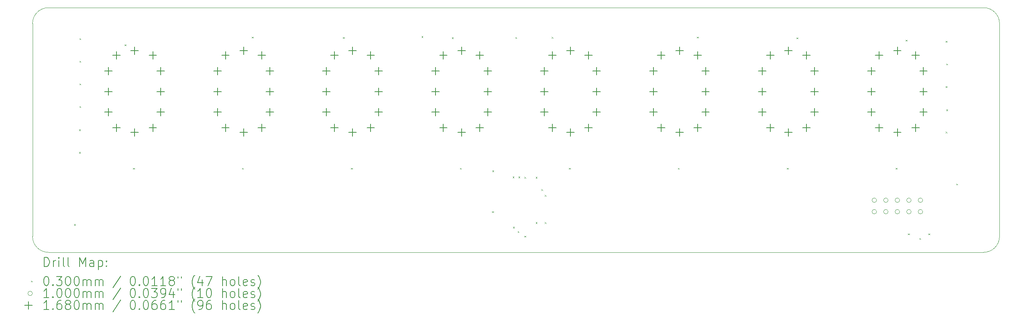
<source format=gbr>
%TF.GenerationSoftware,KiCad,Pcbnew,8.0.3*%
%TF.CreationDate,2024-07-12T14:04:40+12:00*%
%TF.ProjectId,nixie_board,6e697869-655f-4626-9f61-72642e6b6963,0.1.2*%
%TF.SameCoordinates,Original*%
%TF.FileFunction,Drillmap*%
%TF.FilePolarity,Positive*%
%FSLAX45Y45*%
G04 Gerber Fmt 4.5, Leading zero omitted, Abs format (unit mm)*
G04 Created by KiCad (PCBNEW 8.0.3) date 2024-07-12 14:04:40*
%MOMM*%
%LPD*%
G01*
G04 APERTURE LIST*
%ADD10C,0.050000*%
%ADD11C,0.200000*%
%ADD12C,0.100000*%
%ADD13C,0.168000*%
G04 APERTURE END LIST*
D10*
X4650000Y-6500000D02*
X4650000Y-11200000D01*
X25600000Y-6150000D02*
X5000000Y-6150000D01*
X5000000Y-11550000D02*
G75*
G02*
X4650000Y-11200000I0J350000D01*
G01*
X25950000Y-11200000D02*
G75*
G02*
X25600000Y-11550000I-350000J0D01*
G01*
X25600000Y-6150000D02*
G75*
G02*
X25950000Y-6500000I0J-350000D01*
G01*
X25600000Y-11550000D02*
X5000000Y-11550000D01*
X25950000Y-11200000D02*
X25950000Y-6500000D01*
X4650000Y-6500000D02*
G75*
G02*
X5000000Y-6150000I350000J0D01*
G01*
D11*
D12*
X5565000Y-10925000D02*
X5595000Y-10955000D01*
X5595000Y-10925000D02*
X5565000Y-10955000D01*
X5675000Y-8835000D02*
X5705000Y-8865000D01*
X5705000Y-8835000D02*
X5675000Y-8865000D01*
X5675000Y-9335000D02*
X5705000Y-9365000D01*
X5705000Y-9335000D02*
X5675000Y-9365000D01*
X5685000Y-6825000D02*
X5715000Y-6855000D01*
X5715000Y-6825000D02*
X5685000Y-6855000D01*
X5685000Y-7325000D02*
X5715000Y-7355000D01*
X5715000Y-7325000D02*
X5685000Y-7355000D01*
X5685000Y-7825000D02*
X5715000Y-7855000D01*
X5715000Y-7825000D02*
X5685000Y-7855000D01*
X5685000Y-8325000D02*
X5715000Y-8355000D01*
X5715000Y-8325000D02*
X5685000Y-8355000D01*
X6677000Y-6962000D02*
X6707000Y-6992000D01*
X6707000Y-6962000D02*
X6677000Y-6992000D01*
X6865000Y-9685000D02*
X6895000Y-9715000D01*
X6895000Y-9685000D02*
X6865000Y-9715000D01*
X9265000Y-9685000D02*
X9295000Y-9715000D01*
X9295000Y-9685000D02*
X9265000Y-9715000D01*
X9480000Y-6791000D02*
X9510000Y-6821000D01*
X9510000Y-6791000D02*
X9480000Y-6821000D01*
X11488000Y-6800000D02*
X11518000Y-6830000D01*
X11518000Y-6800000D02*
X11488000Y-6830000D01*
X11665000Y-9685000D02*
X11695000Y-9715000D01*
X11695000Y-9685000D02*
X11665000Y-9715000D01*
X13219000Y-6779000D02*
X13249000Y-6809000D01*
X13249000Y-6779000D02*
X13219000Y-6809000D01*
X13887000Y-6805000D02*
X13917000Y-6835000D01*
X13917000Y-6805000D02*
X13887000Y-6835000D01*
X14065000Y-9685000D02*
X14095000Y-9715000D01*
X14095000Y-9685000D02*
X14065000Y-9715000D01*
X14775000Y-10641500D02*
X14805000Y-10671500D01*
X14805000Y-10641500D02*
X14775000Y-10671500D01*
X14776000Y-9742000D02*
X14806000Y-9772000D01*
X14806000Y-9742000D02*
X14776000Y-9772000D01*
X15225000Y-9875000D02*
X15255000Y-9905000D01*
X15255000Y-9875000D02*
X15225000Y-9905000D01*
X15235000Y-10985000D02*
X15265000Y-11015000D01*
X15265000Y-10985000D02*
X15235000Y-11015000D01*
X15285000Y-6798500D02*
X15315000Y-6828500D01*
X15315000Y-6798500D02*
X15285000Y-6828500D01*
X15335000Y-11085000D02*
X15365000Y-11115000D01*
X15365000Y-11085000D02*
X15335000Y-11115000D01*
X15355000Y-9875000D02*
X15385000Y-9905000D01*
X15385000Y-9875000D02*
X15355000Y-9905000D01*
X15485000Y-9885000D02*
X15515000Y-9915000D01*
X15515000Y-9885000D02*
X15485000Y-9915000D01*
X15485000Y-11185000D02*
X15515000Y-11215000D01*
X15515000Y-11185000D02*
X15485000Y-11215000D01*
X15735000Y-9885000D02*
X15765000Y-9915000D01*
X15765000Y-9885000D02*
X15735000Y-9915000D01*
X15735000Y-10885000D02*
X15765000Y-10915000D01*
X15765000Y-10885000D02*
X15735000Y-10915000D01*
X15855000Y-10155000D02*
X15885000Y-10185000D01*
X15885000Y-10155000D02*
X15855000Y-10185000D01*
X15935000Y-10285000D02*
X15965000Y-10315000D01*
X15965000Y-10285000D02*
X15935000Y-10315000D01*
X15935000Y-10885000D02*
X15965000Y-10915000D01*
X15965000Y-10885000D02*
X15935000Y-10915000D01*
X16085000Y-6793000D02*
X16115000Y-6823000D01*
X16115000Y-6793000D02*
X16085000Y-6823000D01*
X16465000Y-9685000D02*
X16495000Y-9715000D01*
X16495000Y-9685000D02*
X16465000Y-9715000D01*
X18865000Y-9685000D02*
X18895000Y-9715000D01*
X18895000Y-9685000D02*
X18865000Y-9715000D01*
X19285000Y-6791000D02*
X19315000Y-6821000D01*
X19315000Y-6791000D02*
X19285000Y-6821000D01*
X21265000Y-9685000D02*
X21295000Y-9715000D01*
X21295000Y-9685000D02*
X21265000Y-9715000D01*
X21481000Y-6806000D02*
X21511000Y-6836000D01*
X21511000Y-6806000D02*
X21481000Y-6836000D01*
X23665000Y-9685000D02*
X23695000Y-9715000D01*
X23695000Y-9685000D02*
X23665000Y-9715000D01*
X23885000Y-6858000D02*
X23915000Y-6888000D01*
X23915000Y-6858000D02*
X23885000Y-6888000D01*
X23935000Y-11135000D02*
X23965000Y-11165000D01*
X23965000Y-11135000D02*
X23935000Y-11165000D01*
X24185000Y-11235000D02*
X24215000Y-11265000D01*
X24215000Y-11235000D02*
X24185000Y-11265000D01*
X24385000Y-11135000D02*
X24415000Y-11165000D01*
X24415000Y-11135000D02*
X24385000Y-11165000D01*
X24765000Y-6885000D02*
X24795000Y-6915000D01*
X24795000Y-6885000D02*
X24765000Y-6915000D01*
X24765000Y-7885000D02*
X24795000Y-7915000D01*
X24795000Y-7885000D02*
X24765000Y-7915000D01*
X24765000Y-8885000D02*
X24795000Y-8915000D01*
X24795000Y-8885000D02*
X24765000Y-8915000D01*
X24775000Y-7385000D02*
X24805000Y-7415000D01*
X24805000Y-7385000D02*
X24775000Y-7415000D01*
X24775000Y-8395000D02*
X24805000Y-8425000D01*
X24805000Y-8395000D02*
X24775000Y-8425000D01*
X24995000Y-10035000D02*
X25025000Y-10065000D01*
X25025000Y-10035000D02*
X24995000Y-10065000D01*
X23242000Y-10400000D02*
G75*
G02*
X23142000Y-10400000I-50000J0D01*
G01*
X23142000Y-10400000D02*
G75*
G02*
X23242000Y-10400000I50000J0D01*
G01*
X23242000Y-10654000D02*
G75*
G02*
X23142000Y-10654000I-50000J0D01*
G01*
X23142000Y-10654000D02*
G75*
G02*
X23242000Y-10654000I50000J0D01*
G01*
X23496000Y-10400000D02*
G75*
G02*
X23396000Y-10400000I-50000J0D01*
G01*
X23396000Y-10400000D02*
G75*
G02*
X23496000Y-10400000I50000J0D01*
G01*
X23496000Y-10654000D02*
G75*
G02*
X23396000Y-10654000I-50000J0D01*
G01*
X23396000Y-10654000D02*
G75*
G02*
X23496000Y-10654000I50000J0D01*
G01*
X23750000Y-10400000D02*
G75*
G02*
X23650000Y-10400000I-50000J0D01*
G01*
X23650000Y-10400000D02*
G75*
G02*
X23750000Y-10400000I50000J0D01*
G01*
X23750000Y-10654000D02*
G75*
G02*
X23650000Y-10654000I-50000J0D01*
G01*
X23650000Y-10654000D02*
G75*
G02*
X23750000Y-10654000I50000J0D01*
G01*
X24004000Y-10400000D02*
G75*
G02*
X23904000Y-10400000I-50000J0D01*
G01*
X23904000Y-10400000D02*
G75*
G02*
X24004000Y-10400000I50000J0D01*
G01*
X24004000Y-10654000D02*
G75*
G02*
X23904000Y-10654000I-50000J0D01*
G01*
X23904000Y-10654000D02*
G75*
G02*
X24004000Y-10654000I50000J0D01*
G01*
X24258000Y-10400000D02*
G75*
G02*
X24158000Y-10400000I-50000J0D01*
G01*
X24158000Y-10400000D02*
G75*
G02*
X24258000Y-10400000I50000J0D01*
G01*
X24258000Y-10654000D02*
G75*
G02*
X24158000Y-10654000I-50000J0D01*
G01*
X24158000Y-10654000D02*
G75*
G02*
X24258000Y-10654000I50000J0D01*
G01*
D13*
X6325000Y-7466000D02*
X6325000Y-7634000D01*
X6241000Y-7550000D02*
X6409000Y-7550000D01*
X6325000Y-7916000D02*
X6325000Y-8084000D01*
X6241000Y-8000000D02*
X6409000Y-8000000D01*
X6325000Y-8366000D02*
X6325000Y-8534000D01*
X6241000Y-8450000D02*
X6409000Y-8450000D01*
X6500000Y-7116000D02*
X6500000Y-7284000D01*
X6416000Y-7200000D02*
X6584000Y-7200000D01*
X6500000Y-8716000D02*
X6500000Y-8884000D01*
X6416000Y-8800000D02*
X6584000Y-8800000D01*
X6900000Y-7016000D02*
X6900000Y-7184000D01*
X6816000Y-7100000D02*
X6984000Y-7100000D01*
X6900000Y-8816000D02*
X6900000Y-8984000D01*
X6816000Y-8900000D02*
X6984000Y-8900000D01*
X7300000Y-7116000D02*
X7300000Y-7284000D01*
X7216000Y-7200000D02*
X7384000Y-7200000D01*
X7300000Y-8716000D02*
X7300000Y-8884000D01*
X7216000Y-8800000D02*
X7384000Y-8800000D01*
X7475000Y-7466000D02*
X7475000Y-7634000D01*
X7391000Y-7550000D02*
X7559000Y-7550000D01*
X7475000Y-7916000D02*
X7475000Y-8084000D01*
X7391000Y-8000000D02*
X7559000Y-8000000D01*
X7475000Y-8366000D02*
X7475000Y-8534000D01*
X7391000Y-8450000D02*
X7559000Y-8450000D01*
X8725000Y-7466000D02*
X8725000Y-7634000D01*
X8641000Y-7550000D02*
X8809000Y-7550000D01*
X8725000Y-7916000D02*
X8725000Y-8084000D01*
X8641000Y-8000000D02*
X8809000Y-8000000D01*
X8725000Y-8366000D02*
X8725000Y-8534000D01*
X8641000Y-8450000D02*
X8809000Y-8450000D01*
X8900000Y-7116000D02*
X8900000Y-7284000D01*
X8816000Y-7200000D02*
X8984000Y-7200000D01*
X8900000Y-8716000D02*
X8900000Y-8884000D01*
X8816000Y-8800000D02*
X8984000Y-8800000D01*
X9300000Y-7016000D02*
X9300000Y-7184000D01*
X9216000Y-7100000D02*
X9384000Y-7100000D01*
X9300000Y-8816000D02*
X9300000Y-8984000D01*
X9216000Y-8900000D02*
X9384000Y-8900000D01*
X9700000Y-7116000D02*
X9700000Y-7284000D01*
X9616000Y-7200000D02*
X9784000Y-7200000D01*
X9700000Y-8716000D02*
X9700000Y-8884000D01*
X9616000Y-8800000D02*
X9784000Y-8800000D01*
X9875000Y-7466000D02*
X9875000Y-7634000D01*
X9791000Y-7550000D02*
X9959000Y-7550000D01*
X9875000Y-7916000D02*
X9875000Y-8084000D01*
X9791000Y-8000000D02*
X9959000Y-8000000D01*
X9875000Y-8366000D02*
X9875000Y-8534000D01*
X9791000Y-8450000D02*
X9959000Y-8450000D01*
X11125000Y-7466000D02*
X11125000Y-7634000D01*
X11041000Y-7550000D02*
X11209000Y-7550000D01*
X11125000Y-7916000D02*
X11125000Y-8084000D01*
X11041000Y-8000000D02*
X11209000Y-8000000D01*
X11125000Y-8366000D02*
X11125000Y-8534000D01*
X11041000Y-8450000D02*
X11209000Y-8450000D01*
X11300000Y-7116000D02*
X11300000Y-7284000D01*
X11216000Y-7200000D02*
X11384000Y-7200000D01*
X11300000Y-8716000D02*
X11300000Y-8884000D01*
X11216000Y-8800000D02*
X11384000Y-8800000D01*
X11700000Y-7016000D02*
X11700000Y-7184000D01*
X11616000Y-7100000D02*
X11784000Y-7100000D01*
X11700000Y-8816000D02*
X11700000Y-8984000D01*
X11616000Y-8900000D02*
X11784000Y-8900000D01*
X12100000Y-7116000D02*
X12100000Y-7284000D01*
X12016000Y-7200000D02*
X12184000Y-7200000D01*
X12100000Y-8716000D02*
X12100000Y-8884000D01*
X12016000Y-8800000D02*
X12184000Y-8800000D01*
X12275000Y-7466000D02*
X12275000Y-7634000D01*
X12191000Y-7550000D02*
X12359000Y-7550000D01*
X12275000Y-7916000D02*
X12275000Y-8084000D01*
X12191000Y-8000000D02*
X12359000Y-8000000D01*
X12275000Y-8366000D02*
X12275000Y-8534000D01*
X12191000Y-8450000D02*
X12359000Y-8450000D01*
X13525000Y-7466000D02*
X13525000Y-7634000D01*
X13441000Y-7550000D02*
X13609000Y-7550000D01*
X13525000Y-7916000D02*
X13525000Y-8084000D01*
X13441000Y-8000000D02*
X13609000Y-8000000D01*
X13525000Y-8366000D02*
X13525000Y-8534000D01*
X13441000Y-8450000D02*
X13609000Y-8450000D01*
X13700000Y-7116000D02*
X13700000Y-7284000D01*
X13616000Y-7200000D02*
X13784000Y-7200000D01*
X13700000Y-8716000D02*
X13700000Y-8884000D01*
X13616000Y-8800000D02*
X13784000Y-8800000D01*
X14100000Y-7016000D02*
X14100000Y-7184000D01*
X14016000Y-7100000D02*
X14184000Y-7100000D01*
X14100000Y-8816000D02*
X14100000Y-8984000D01*
X14016000Y-8900000D02*
X14184000Y-8900000D01*
X14500000Y-7116000D02*
X14500000Y-7284000D01*
X14416000Y-7200000D02*
X14584000Y-7200000D01*
X14500000Y-8716000D02*
X14500000Y-8884000D01*
X14416000Y-8800000D02*
X14584000Y-8800000D01*
X14675000Y-7466000D02*
X14675000Y-7634000D01*
X14591000Y-7550000D02*
X14759000Y-7550000D01*
X14675000Y-7916000D02*
X14675000Y-8084000D01*
X14591000Y-8000000D02*
X14759000Y-8000000D01*
X14675000Y-8366000D02*
X14675000Y-8534000D01*
X14591000Y-8450000D02*
X14759000Y-8450000D01*
X15925000Y-7466000D02*
X15925000Y-7634000D01*
X15841000Y-7550000D02*
X16009000Y-7550000D01*
X15925000Y-7916000D02*
X15925000Y-8084000D01*
X15841000Y-8000000D02*
X16009000Y-8000000D01*
X15925000Y-8366000D02*
X15925000Y-8534000D01*
X15841000Y-8450000D02*
X16009000Y-8450000D01*
X16100000Y-7116000D02*
X16100000Y-7284000D01*
X16016000Y-7200000D02*
X16184000Y-7200000D01*
X16100000Y-8716000D02*
X16100000Y-8884000D01*
X16016000Y-8800000D02*
X16184000Y-8800000D01*
X16500000Y-7016000D02*
X16500000Y-7184000D01*
X16416000Y-7100000D02*
X16584000Y-7100000D01*
X16500000Y-8816000D02*
X16500000Y-8984000D01*
X16416000Y-8900000D02*
X16584000Y-8900000D01*
X16900000Y-7116000D02*
X16900000Y-7284000D01*
X16816000Y-7200000D02*
X16984000Y-7200000D01*
X16900000Y-8716000D02*
X16900000Y-8884000D01*
X16816000Y-8800000D02*
X16984000Y-8800000D01*
X17075000Y-7466000D02*
X17075000Y-7634000D01*
X16991000Y-7550000D02*
X17159000Y-7550000D01*
X17075000Y-7916000D02*
X17075000Y-8084000D01*
X16991000Y-8000000D02*
X17159000Y-8000000D01*
X17075000Y-8366000D02*
X17075000Y-8534000D01*
X16991000Y-8450000D02*
X17159000Y-8450000D01*
X18325000Y-7466000D02*
X18325000Y-7634000D01*
X18241000Y-7550000D02*
X18409000Y-7550000D01*
X18325000Y-7916000D02*
X18325000Y-8084000D01*
X18241000Y-8000000D02*
X18409000Y-8000000D01*
X18325000Y-8366000D02*
X18325000Y-8534000D01*
X18241000Y-8450000D02*
X18409000Y-8450000D01*
X18500000Y-7116000D02*
X18500000Y-7284000D01*
X18416000Y-7200000D02*
X18584000Y-7200000D01*
X18500000Y-8716000D02*
X18500000Y-8884000D01*
X18416000Y-8800000D02*
X18584000Y-8800000D01*
X18900000Y-7016000D02*
X18900000Y-7184000D01*
X18816000Y-7100000D02*
X18984000Y-7100000D01*
X18900000Y-8816000D02*
X18900000Y-8984000D01*
X18816000Y-8900000D02*
X18984000Y-8900000D01*
X19300000Y-7116000D02*
X19300000Y-7284000D01*
X19216000Y-7200000D02*
X19384000Y-7200000D01*
X19300000Y-8716000D02*
X19300000Y-8884000D01*
X19216000Y-8800000D02*
X19384000Y-8800000D01*
X19475000Y-7466000D02*
X19475000Y-7634000D01*
X19391000Y-7550000D02*
X19559000Y-7550000D01*
X19475000Y-7916000D02*
X19475000Y-8084000D01*
X19391000Y-8000000D02*
X19559000Y-8000000D01*
X19475000Y-8366000D02*
X19475000Y-8534000D01*
X19391000Y-8450000D02*
X19559000Y-8450000D01*
X20725000Y-7466000D02*
X20725000Y-7634000D01*
X20641000Y-7550000D02*
X20809000Y-7550000D01*
X20725000Y-7916000D02*
X20725000Y-8084000D01*
X20641000Y-8000000D02*
X20809000Y-8000000D01*
X20725000Y-8366000D02*
X20725000Y-8534000D01*
X20641000Y-8450000D02*
X20809000Y-8450000D01*
X20900000Y-7116000D02*
X20900000Y-7284000D01*
X20816000Y-7200000D02*
X20984000Y-7200000D01*
X20900000Y-8716000D02*
X20900000Y-8884000D01*
X20816000Y-8800000D02*
X20984000Y-8800000D01*
X21300000Y-7016000D02*
X21300000Y-7184000D01*
X21216000Y-7100000D02*
X21384000Y-7100000D01*
X21300000Y-8816000D02*
X21300000Y-8984000D01*
X21216000Y-8900000D02*
X21384000Y-8900000D01*
X21700000Y-7116000D02*
X21700000Y-7284000D01*
X21616000Y-7200000D02*
X21784000Y-7200000D01*
X21700000Y-8716000D02*
X21700000Y-8884000D01*
X21616000Y-8800000D02*
X21784000Y-8800000D01*
X21875000Y-7466000D02*
X21875000Y-7634000D01*
X21791000Y-7550000D02*
X21959000Y-7550000D01*
X21875000Y-7916000D02*
X21875000Y-8084000D01*
X21791000Y-8000000D02*
X21959000Y-8000000D01*
X21875000Y-8366000D02*
X21875000Y-8534000D01*
X21791000Y-8450000D02*
X21959000Y-8450000D01*
X23125000Y-7466000D02*
X23125000Y-7634000D01*
X23041000Y-7550000D02*
X23209000Y-7550000D01*
X23125000Y-7916000D02*
X23125000Y-8084000D01*
X23041000Y-8000000D02*
X23209000Y-8000000D01*
X23125000Y-8366000D02*
X23125000Y-8534000D01*
X23041000Y-8450000D02*
X23209000Y-8450000D01*
X23300000Y-7116000D02*
X23300000Y-7284000D01*
X23216000Y-7200000D02*
X23384000Y-7200000D01*
X23300000Y-8716000D02*
X23300000Y-8884000D01*
X23216000Y-8800000D02*
X23384000Y-8800000D01*
X23700000Y-7016000D02*
X23700000Y-7184000D01*
X23616000Y-7100000D02*
X23784000Y-7100000D01*
X23700000Y-8816000D02*
X23700000Y-8984000D01*
X23616000Y-8900000D02*
X23784000Y-8900000D01*
X24100000Y-7116000D02*
X24100000Y-7284000D01*
X24016000Y-7200000D02*
X24184000Y-7200000D01*
X24100000Y-8716000D02*
X24100000Y-8884000D01*
X24016000Y-8800000D02*
X24184000Y-8800000D01*
X24275000Y-7466000D02*
X24275000Y-7634000D01*
X24191000Y-7550000D02*
X24359000Y-7550000D01*
X24275000Y-7916000D02*
X24275000Y-8084000D01*
X24191000Y-8000000D02*
X24359000Y-8000000D01*
X24275000Y-8366000D02*
X24275000Y-8534000D01*
X24191000Y-8450000D02*
X24359000Y-8450000D01*
D11*
X4908277Y-11863984D02*
X4908277Y-11663984D01*
X4908277Y-11663984D02*
X4955896Y-11663984D01*
X4955896Y-11663984D02*
X4984467Y-11673508D01*
X4984467Y-11673508D02*
X5003515Y-11692555D01*
X5003515Y-11692555D02*
X5013039Y-11711603D01*
X5013039Y-11711603D02*
X5022563Y-11749698D01*
X5022563Y-11749698D02*
X5022563Y-11778269D01*
X5022563Y-11778269D02*
X5013039Y-11816365D01*
X5013039Y-11816365D02*
X5003515Y-11835412D01*
X5003515Y-11835412D02*
X4984467Y-11854460D01*
X4984467Y-11854460D02*
X4955896Y-11863984D01*
X4955896Y-11863984D02*
X4908277Y-11863984D01*
X5108277Y-11863984D02*
X5108277Y-11730650D01*
X5108277Y-11768746D02*
X5117801Y-11749698D01*
X5117801Y-11749698D02*
X5127324Y-11740174D01*
X5127324Y-11740174D02*
X5146372Y-11730650D01*
X5146372Y-11730650D02*
X5165420Y-11730650D01*
X5232086Y-11863984D02*
X5232086Y-11730650D01*
X5232086Y-11663984D02*
X5222563Y-11673508D01*
X5222563Y-11673508D02*
X5232086Y-11683031D01*
X5232086Y-11683031D02*
X5241610Y-11673508D01*
X5241610Y-11673508D02*
X5232086Y-11663984D01*
X5232086Y-11663984D02*
X5232086Y-11683031D01*
X5355896Y-11863984D02*
X5336848Y-11854460D01*
X5336848Y-11854460D02*
X5327324Y-11835412D01*
X5327324Y-11835412D02*
X5327324Y-11663984D01*
X5460658Y-11863984D02*
X5441610Y-11854460D01*
X5441610Y-11854460D02*
X5432086Y-11835412D01*
X5432086Y-11835412D02*
X5432086Y-11663984D01*
X5689229Y-11863984D02*
X5689229Y-11663984D01*
X5689229Y-11663984D02*
X5755896Y-11806841D01*
X5755896Y-11806841D02*
X5822562Y-11663984D01*
X5822562Y-11663984D02*
X5822562Y-11863984D01*
X6003515Y-11863984D02*
X6003515Y-11759222D01*
X6003515Y-11759222D02*
X5993991Y-11740174D01*
X5993991Y-11740174D02*
X5974943Y-11730650D01*
X5974943Y-11730650D02*
X5936848Y-11730650D01*
X5936848Y-11730650D02*
X5917801Y-11740174D01*
X6003515Y-11854460D02*
X5984467Y-11863984D01*
X5984467Y-11863984D02*
X5936848Y-11863984D01*
X5936848Y-11863984D02*
X5917801Y-11854460D01*
X5917801Y-11854460D02*
X5908277Y-11835412D01*
X5908277Y-11835412D02*
X5908277Y-11816365D01*
X5908277Y-11816365D02*
X5917801Y-11797317D01*
X5917801Y-11797317D02*
X5936848Y-11787793D01*
X5936848Y-11787793D02*
X5984467Y-11787793D01*
X5984467Y-11787793D02*
X6003515Y-11778269D01*
X6098753Y-11730650D02*
X6098753Y-11930650D01*
X6098753Y-11740174D02*
X6117801Y-11730650D01*
X6117801Y-11730650D02*
X6155896Y-11730650D01*
X6155896Y-11730650D02*
X6174943Y-11740174D01*
X6174943Y-11740174D02*
X6184467Y-11749698D01*
X6184467Y-11749698D02*
X6193991Y-11768746D01*
X6193991Y-11768746D02*
X6193991Y-11825888D01*
X6193991Y-11825888D02*
X6184467Y-11844936D01*
X6184467Y-11844936D02*
X6174943Y-11854460D01*
X6174943Y-11854460D02*
X6155896Y-11863984D01*
X6155896Y-11863984D02*
X6117801Y-11863984D01*
X6117801Y-11863984D02*
X6098753Y-11854460D01*
X6279705Y-11844936D02*
X6289229Y-11854460D01*
X6289229Y-11854460D02*
X6279705Y-11863984D01*
X6279705Y-11863984D02*
X6270182Y-11854460D01*
X6270182Y-11854460D02*
X6279705Y-11844936D01*
X6279705Y-11844936D02*
X6279705Y-11863984D01*
X6279705Y-11740174D02*
X6289229Y-11749698D01*
X6289229Y-11749698D02*
X6279705Y-11759222D01*
X6279705Y-11759222D02*
X6270182Y-11749698D01*
X6270182Y-11749698D02*
X6279705Y-11740174D01*
X6279705Y-11740174D02*
X6279705Y-11759222D01*
D12*
X4617500Y-12177500D02*
X4647500Y-12207500D01*
X4647500Y-12177500D02*
X4617500Y-12207500D01*
D11*
X4946372Y-12083984D02*
X4965420Y-12083984D01*
X4965420Y-12083984D02*
X4984467Y-12093508D01*
X4984467Y-12093508D02*
X4993991Y-12103031D01*
X4993991Y-12103031D02*
X5003515Y-12122079D01*
X5003515Y-12122079D02*
X5013039Y-12160174D01*
X5013039Y-12160174D02*
X5013039Y-12207793D01*
X5013039Y-12207793D02*
X5003515Y-12245888D01*
X5003515Y-12245888D02*
X4993991Y-12264936D01*
X4993991Y-12264936D02*
X4984467Y-12274460D01*
X4984467Y-12274460D02*
X4965420Y-12283984D01*
X4965420Y-12283984D02*
X4946372Y-12283984D01*
X4946372Y-12283984D02*
X4927324Y-12274460D01*
X4927324Y-12274460D02*
X4917801Y-12264936D01*
X4917801Y-12264936D02*
X4908277Y-12245888D01*
X4908277Y-12245888D02*
X4898753Y-12207793D01*
X4898753Y-12207793D02*
X4898753Y-12160174D01*
X4898753Y-12160174D02*
X4908277Y-12122079D01*
X4908277Y-12122079D02*
X4917801Y-12103031D01*
X4917801Y-12103031D02*
X4927324Y-12093508D01*
X4927324Y-12093508D02*
X4946372Y-12083984D01*
X5098753Y-12264936D02*
X5108277Y-12274460D01*
X5108277Y-12274460D02*
X5098753Y-12283984D01*
X5098753Y-12283984D02*
X5089229Y-12274460D01*
X5089229Y-12274460D02*
X5098753Y-12264936D01*
X5098753Y-12264936D02*
X5098753Y-12283984D01*
X5174944Y-12083984D02*
X5298753Y-12083984D01*
X5298753Y-12083984D02*
X5232086Y-12160174D01*
X5232086Y-12160174D02*
X5260658Y-12160174D01*
X5260658Y-12160174D02*
X5279705Y-12169698D01*
X5279705Y-12169698D02*
X5289229Y-12179222D01*
X5289229Y-12179222D02*
X5298753Y-12198269D01*
X5298753Y-12198269D02*
X5298753Y-12245888D01*
X5298753Y-12245888D02*
X5289229Y-12264936D01*
X5289229Y-12264936D02*
X5279705Y-12274460D01*
X5279705Y-12274460D02*
X5260658Y-12283984D01*
X5260658Y-12283984D02*
X5203515Y-12283984D01*
X5203515Y-12283984D02*
X5184467Y-12274460D01*
X5184467Y-12274460D02*
X5174944Y-12264936D01*
X5422563Y-12083984D02*
X5441610Y-12083984D01*
X5441610Y-12083984D02*
X5460658Y-12093508D01*
X5460658Y-12093508D02*
X5470182Y-12103031D01*
X5470182Y-12103031D02*
X5479705Y-12122079D01*
X5479705Y-12122079D02*
X5489229Y-12160174D01*
X5489229Y-12160174D02*
X5489229Y-12207793D01*
X5489229Y-12207793D02*
X5479705Y-12245888D01*
X5479705Y-12245888D02*
X5470182Y-12264936D01*
X5470182Y-12264936D02*
X5460658Y-12274460D01*
X5460658Y-12274460D02*
X5441610Y-12283984D01*
X5441610Y-12283984D02*
X5422563Y-12283984D01*
X5422563Y-12283984D02*
X5403515Y-12274460D01*
X5403515Y-12274460D02*
X5393991Y-12264936D01*
X5393991Y-12264936D02*
X5384467Y-12245888D01*
X5384467Y-12245888D02*
X5374944Y-12207793D01*
X5374944Y-12207793D02*
X5374944Y-12160174D01*
X5374944Y-12160174D02*
X5384467Y-12122079D01*
X5384467Y-12122079D02*
X5393991Y-12103031D01*
X5393991Y-12103031D02*
X5403515Y-12093508D01*
X5403515Y-12093508D02*
X5422563Y-12083984D01*
X5613039Y-12083984D02*
X5632086Y-12083984D01*
X5632086Y-12083984D02*
X5651134Y-12093508D01*
X5651134Y-12093508D02*
X5660658Y-12103031D01*
X5660658Y-12103031D02*
X5670182Y-12122079D01*
X5670182Y-12122079D02*
X5679705Y-12160174D01*
X5679705Y-12160174D02*
X5679705Y-12207793D01*
X5679705Y-12207793D02*
X5670182Y-12245888D01*
X5670182Y-12245888D02*
X5660658Y-12264936D01*
X5660658Y-12264936D02*
X5651134Y-12274460D01*
X5651134Y-12274460D02*
X5632086Y-12283984D01*
X5632086Y-12283984D02*
X5613039Y-12283984D01*
X5613039Y-12283984D02*
X5593991Y-12274460D01*
X5593991Y-12274460D02*
X5584467Y-12264936D01*
X5584467Y-12264936D02*
X5574944Y-12245888D01*
X5574944Y-12245888D02*
X5565420Y-12207793D01*
X5565420Y-12207793D02*
X5565420Y-12160174D01*
X5565420Y-12160174D02*
X5574944Y-12122079D01*
X5574944Y-12122079D02*
X5584467Y-12103031D01*
X5584467Y-12103031D02*
X5593991Y-12093508D01*
X5593991Y-12093508D02*
X5613039Y-12083984D01*
X5765420Y-12283984D02*
X5765420Y-12150650D01*
X5765420Y-12169698D02*
X5774943Y-12160174D01*
X5774943Y-12160174D02*
X5793991Y-12150650D01*
X5793991Y-12150650D02*
X5822563Y-12150650D01*
X5822563Y-12150650D02*
X5841610Y-12160174D01*
X5841610Y-12160174D02*
X5851134Y-12179222D01*
X5851134Y-12179222D02*
X5851134Y-12283984D01*
X5851134Y-12179222D02*
X5860658Y-12160174D01*
X5860658Y-12160174D02*
X5879705Y-12150650D01*
X5879705Y-12150650D02*
X5908277Y-12150650D01*
X5908277Y-12150650D02*
X5927324Y-12160174D01*
X5927324Y-12160174D02*
X5936848Y-12179222D01*
X5936848Y-12179222D02*
X5936848Y-12283984D01*
X6032086Y-12283984D02*
X6032086Y-12150650D01*
X6032086Y-12169698D02*
X6041610Y-12160174D01*
X6041610Y-12160174D02*
X6060658Y-12150650D01*
X6060658Y-12150650D02*
X6089229Y-12150650D01*
X6089229Y-12150650D02*
X6108277Y-12160174D01*
X6108277Y-12160174D02*
X6117801Y-12179222D01*
X6117801Y-12179222D02*
X6117801Y-12283984D01*
X6117801Y-12179222D02*
X6127324Y-12160174D01*
X6127324Y-12160174D02*
X6146372Y-12150650D01*
X6146372Y-12150650D02*
X6174943Y-12150650D01*
X6174943Y-12150650D02*
X6193991Y-12160174D01*
X6193991Y-12160174D02*
X6203515Y-12179222D01*
X6203515Y-12179222D02*
X6203515Y-12283984D01*
X6593991Y-12074460D02*
X6422563Y-12331603D01*
X6851134Y-12083984D02*
X6870182Y-12083984D01*
X6870182Y-12083984D02*
X6889229Y-12093508D01*
X6889229Y-12093508D02*
X6898753Y-12103031D01*
X6898753Y-12103031D02*
X6908277Y-12122079D01*
X6908277Y-12122079D02*
X6917801Y-12160174D01*
X6917801Y-12160174D02*
X6917801Y-12207793D01*
X6917801Y-12207793D02*
X6908277Y-12245888D01*
X6908277Y-12245888D02*
X6898753Y-12264936D01*
X6898753Y-12264936D02*
X6889229Y-12274460D01*
X6889229Y-12274460D02*
X6870182Y-12283984D01*
X6870182Y-12283984D02*
X6851134Y-12283984D01*
X6851134Y-12283984D02*
X6832086Y-12274460D01*
X6832086Y-12274460D02*
X6822563Y-12264936D01*
X6822563Y-12264936D02*
X6813039Y-12245888D01*
X6813039Y-12245888D02*
X6803515Y-12207793D01*
X6803515Y-12207793D02*
X6803515Y-12160174D01*
X6803515Y-12160174D02*
X6813039Y-12122079D01*
X6813039Y-12122079D02*
X6822563Y-12103031D01*
X6822563Y-12103031D02*
X6832086Y-12093508D01*
X6832086Y-12093508D02*
X6851134Y-12083984D01*
X7003515Y-12264936D02*
X7013039Y-12274460D01*
X7013039Y-12274460D02*
X7003515Y-12283984D01*
X7003515Y-12283984D02*
X6993991Y-12274460D01*
X6993991Y-12274460D02*
X7003515Y-12264936D01*
X7003515Y-12264936D02*
X7003515Y-12283984D01*
X7136848Y-12083984D02*
X7155896Y-12083984D01*
X7155896Y-12083984D02*
X7174944Y-12093508D01*
X7174944Y-12093508D02*
X7184467Y-12103031D01*
X7184467Y-12103031D02*
X7193991Y-12122079D01*
X7193991Y-12122079D02*
X7203515Y-12160174D01*
X7203515Y-12160174D02*
X7203515Y-12207793D01*
X7203515Y-12207793D02*
X7193991Y-12245888D01*
X7193991Y-12245888D02*
X7184467Y-12264936D01*
X7184467Y-12264936D02*
X7174944Y-12274460D01*
X7174944Y-12274460D02*
X7155896Y-12283984D01*
X7155896Y-12283984D02*
X7136848Y-12283984D01*
X7136848Y-12283984D02*
X7117801Y-12274460D01*
X7117801Y-12274460D02*
X7108277Y-12264936D01*
X7108277Y-12264936D02*
X7098753Y-12245888D01*
X7098753Y-12245888D02*
X7089229Y-12207793D01*
X7089229Y-12207793D02*
X7089229Y-12160174D01*
X7089229Y-12160174D02*
X7098753Y-12122079D01*
X7098753Y-12122079D02*
X7108277Y-12103031D01*
X7108277Y-12103031D02*
X7117801Y-12093508D01*
X7117801Y-12093508D02*
X7136848Y-12083984D01*
X7393991Y-12283984D02*
X7279706Y-12283984D01*
X7336848Y-12283984D02*
X7336848Y-12083984D01*
X7336848Y-12083984D02*
X7317801Y-12112555D01*
X7317801Y-12112555D02*
X7298753Y-12131603D01*
X7298753Y-12131603D02*
X7279706Y-12141127D01*
X7584467Y-12283984D02*
X7470182Y-12283984D01*
X7527325Y-12283984D02*
X7527325Y-12083984D01*
X7527325Y-12083984D02*
X7508277Y-12112555D01*
X7508277Y-12112555D02*
X7489229Y-12131603D01*
X7489229Y-12131603D02*
X7470182Y-12141127D01*
X7698753Y-12169698D02*
X7679706Y-12160174D01*
X7679706Y-12160174D02*
X7670182Y-12150650D01*
X7670182Y-12150650D02*
X7660658Y-12131603D01*
X7660658Y-12131603D02*
X7660658Y-12122079D01*
X7660658Y-12122079D02*
X7670182Y-12103031D01*
X7670182Y-12103031D02*
X7679706Y-12093508D01*
X7679706Y-12093508D02*
X7698753Y-12083984D01*
X7698753Y-12083984D02*
X7736848Y-12083984D01*
X7736848Y-12083984D02*
X7755896Y-12093508D01*
X7755896Y-12093508D02*
X7765420Y-12103031D01*
X7765420Y-12103031D02*
X7774944Y-12122079D01*
X7774944Y-12122079D02*
X7774944Y-12131603D01*
X7774944Y-12131603D02*
X7765420Y-12150650D01*
X7765420Y-12150650D02*
X7755896Y-12160174D01*
X7755896Y-12160174D02*
X7736848Y-12169698D01*
X7736848Y-12169698D02*
X7698753Y-12169698D01*
X7698753Y-12169698D02*
X7679706Y-12179222D01*
X7679706Y-12179222D02*
X7670182Y-12188746D01*
X7670182Y-12188746D02*
X7660658Y-12207793D01*
X7660658Y-12207793D02*
X7660658Y-12245888D01*
X7660658Y-12245888D02*
X7670182Y-12264936D01*
X7670182Y-12264936D02*
X7679706Y-12274460D01*
X7679706Y-12274460D02*
X7698753Y-12283984D01*
X7698753Y-12283984D02*
X7736848Y-12283984D01*
X7736848Y-12283984D02*
X7755896Y-12274460D01*
X7755896Y-12274460D02*
X7765420Y-12264936D01*
X7765420Y-12264936D02*
X7774944Y-12245888D01*
X7774944Y-12245888D02*
X7774944Y-12207793D01*
X7774944Y-12207793D02*
X7765420Y-12188746D01*
X7765420Y-12188746D02*
X7755896Y-12179222D01*
X7755896Y-12179222D02*
X7736848Y-12169698D01*
X7851134Y-12083984D02*
X7851134Y-12122079D01*
X7927325Y-12083984D02*
X7927325Y-12122079D01*
X8222563Y-12360174D02*
X8213039Y-12350650D01*
X8213039Y-12350650D02*
X8193991Y-12322079D01*
X8193991Y-12322079D02*
X8184468Y-12303031D01*
X8184468Y-12303031D02*
X8174944Y-12274460D01*
X8174944Y-12274460D02*
X8165420Y-12226841D01*
X8165420Y-12226841D02*
X8165420Y-12188746D01*
X8165420Y-12188746D02*
X8174944Y-12141127D01*
X8174944Y-12141127D02*
X8184468Y-12112555D01*
X8184468Y-12112555D02*
X8193991Y-12093508D01*
X8193991Y-12093508D02*
X8213039Y-12064936D01*
X8213039Y-12064936D02*
X8222563Y-12055412D01*
X8384468Y-12150650D02*
X8384468Y-12283984D01*
X8336848Y-12074460D02*
X8289229Y-12217317D01*
X8289229Y-12217317D02*
X8413039Y-12217317D01*
X8470182Y-12083984D02*
X8603515Y-12083984D01*
X8603515Y-12083984D02*
X8517801Y-12283984D01*
X8832087Y-12283984D02*
X8832087Y-12083984D01*
X8917801Y-12283984D02*
X8917801Y-12179222D01*
X8917801Y-12179222D02*
X8908277Y-12160174D01*
X8908277Y-12160174D02*
X8889230Y-12150650D01*
X8889230Y-12150650D02*
X8860658Y-12150650D01*
X8860658Y-12150650D02*
X8841611Y-12160174D01*
X8841611Y-12160174D02*
X8832087Y-12169698D01*
X9041611Y-12283984D02*
X9022563Y-12274460D01*
X9022563Y-12274460D02*
X9013039Y-12264936D01*
X9013039Y-12264936D02*
X9003515Y-12245888D01*
X9003515Y-12245888D02*
X9003515Y-12188746D01*
X9003515Y-12188746D02*
X9013039Y-12169698D01*
X9013039Y-12169698D02*
X9022563Y-12160174D01*
X9022563Y-12160174D02*
X9041611Y-12150650D01*
X9041611Y-12150650D02*
X9070182Y-12150650D01*
X9070182Y-12150650D02*
X9089230Y-12160174D01*
X9089230Y-12160174D02*
X9098753Y-12169698D01*
X9098753Y-12169698D02*
X9108277Y-12188746D01*
X9108277Y-12188746D02*
X9108277Y-12245888D01*
X9108277Y-12245888D02*
X9098753Y-12264936D01*
X9098753Y-12264936D02*
X9089230Y-12274460D01*
X9089230Y-12274460D02*
X9070182Y-12283984D01*
X9070182Y-12283984D02*
X9041611Y-12283984D01*
X9222563Y-12283984D02*
X9203515Y-12274460D01*
X9203515Y-12274460D02*
X9193992Y-12255412D01*
X9193992Y-12255412D02*
X9193992Y-12083984D01*
X9374944Y-12274460D02*
X9355896Y-12283984D01*
X9355896Y-12283984D02*
X9317801Y-12283984D01*
X9317801Y-12283984D02*
X9298753Y-12274460D01*
X9298753Y-12274460D02*
X9289230Y-12255412D01*
X9289230Y-12255412D02*
X9289230Y-12179222D01*
X9289230Y-12179222D02*
X9298753Y-12160174D01*
X9298753Y-12160174D02*
X9317801Y-12150650D01*
X9317801Y-12150650D02*
X9355896Y-12150650D01*
X9355896Y-12150650D02*
X9374944Y-12160174D01*
X9374944Y-12160174D02*
X9384468Y-12179222D01*
X9384468Y-12179222D02*
X9384468Y-12198269D01*
X9384468Y-12198269D02*
X9289230Y-12217317D01*
X9460658Y-12274460D02*
X9479706Y-12283984D01*
X9479706Y-12283984D02*
X9517801Y-12283984D01*
X9517801Y-12283984D02*
X9536849Y-12274460D01*
X9536849Y-12274460D02*
X9546373Y-12255412D01*
X9546373Y-12255412D02*
X9546373Y-12245888D01*
X9546373Y-12245888D02*
X9536849Y-12226841D01*
X9536849Y-12226841D02*
X9517801Y-12217317D01*
X9517801Y-12217317D02*
X9489230Y-12217317D01*
X9489230Y-12217317D02*
X9470182Y-12207793D01*
X9470182Y-12207793D02*
X9460658Y-12188746D01*
X9460658Y-12188746D02*
X9460658Y-12179222D01*
X9460658Y-12179222D02*
X9470182Y-12160174D01*
X9470182Y-12160174D02*
X9489230Y-12150650D01*
X9489230Y-12150650D02*
X9517801Y-12150650D01*
X9517801Y-12150650D02*
X9536849Y-12160174D01*
X9613039Y-12360174D02*
X9622563Y-12350650D01*
X9622563Y-12350650D02*
X9641611Y-12322079D01*
X9641611Y-12322079D02*
X9651134Y-12303031D01*
X9651134Y-12303031D02*
X9660658Y-12274460D01*
X9660658Y-12274460D02*
X9670182Y-12226841D01*
X9670182Y-12226841D02*
X9670182Y-12188746D01*
X9670182Y-12188746D02*
X9660658Y-12141127D01*
X9660658Y-12141127D02*
X9651134Y-12112555D01*
X9651134Y-12112555D02*
X9641611Y-12093508D01*
X9641611Y-12093508D02*
X9622563Y-12064936D01*
X9622563Y-12064936D02*
X9613039Y-12055412D01*
D12*
X4647500Y-12456500D02*
G75*
G02*
X4547500Y-12456500I-50000J0D01*
G01*
X4547500Y-12456500D02*
G75*
G02*
X4647500Y-12456500I50000J0D01*
G01*
D11*
X5013039Y-12547984D02*
X4898753Y-12547984D01*
X4955896Y-12547984D02*
X4955896Y-12347984D01*
X4955896Y-12347984D02*
X4936848Y-12376555D01*
X4936848Y-12376555D02*
X4917801Y-12395603D01*
X4917801Y-12395603D02*
X4898753Y-12405127D01*
X5098753Y-12528936D02*
X5108277Y-12538460D01*
X5108277Y-12538460D02*
X5098753Y-12547984D01*
X5098753Y-12547984D02*
X5089229Y-12538460D01*
X5089229Y-12538460D02*
X5098753Y-12528936D01*
X5098753Y-12528936D02*
X5098753Y-12547984D01*
X5232086Y-12347984D02*
X5251134Y-12347984D01*
X5251134Y-12347984D02*
X5270182Y-12357508D01*
X5270182Y-12357508D02*
X5279705Y-12367031D01*
X5279705Y-12367031D02*
X5289229Y-12386079D01*
X5289229Y-12386079D02*
X5298753Y-12424174D01*
X5298753Y-12424174D02*
X5298753Y-12471793D01*
X5298753Y-12471793D02*
X5289229Y-12509888D01*
X5289229Y-12509888D02*
X5279705Y-12528936D01*
X5279705Y-12528936D02*
X5270182Y-12538460D01*
X5270182Y-12538460D02*
X5251134Y-12547984D01*
X5251134Y-12547984D02*
X5232086Y-12547984D01*
X5232086Y-12547984D02*
X5213039Y-12538460D01*
X5213039Y-12538460D02*
X5203515Y-12528936D01*
X5203515Y-12528936D02*
X5193991Y-12509888D01*
X5193991Y-12509888D02*
X5184467Y-12471793D01*
X5184467Y-12471793D02*
X5184467Y-12424174D01*
X5184467Y-12424174D02*
X5193991Y-12386079D01*
X5193991Y-12386079D02*
X5203515Y-12367031D01*
X5203515Y-12367031D02*
X5213039Y-12357508D01*
X5213039Y-12357508D02*
X5232086Y-12347984D01*
X5422563Y-12347984D02*
X5441610Y-12347984D01*
X5441610Y-12347984D02*
X5460658Y-12357508D01*
X5460658Y-12357508D02*
X5470182Y-12367031D01*
X5470182Y-12367031D02*
X5479705Y-12386079D01*
X5479705Y-12386079D02*
X5489229Y-12424174D01*
X5489229Y-12424174D02*
X5489229Y-12471793D01*
X5489229Y-12471793D02*
X5479705Y-12509888D01*
X5479705Y-12509888D02*
X5470182Y-12528936D01*
X5470182Y-12528936D02*
X5460658Y-12538460D01*
X5460658Y-12538460D02*
X5441610Y-12547984D01*
X5441610Y-12547984D02*
X5422563Y-12547984D01*
X5422563Y-12547984D02*
X5403515Y-12538460D01*
X5403515Y-12538460D02*
X5393991Y-12528936D01*
X5393991Y-12528936D02*
X5384467Y-12509888D01*
X5384467Y-12509888D02*
X5374944Y-12471793D01*
X5374944Y-12471793D02*
X5374944Y-12424174D01*
X5374944Y-12424174D02*
X5384467Y-12386079D01*
X5384467Y-12386079D02*
X5393991Y-12367031D01*
X5393991Y-12367031D02*
X5403515Y-12357508D01*
X5403515Y-12357508D02*
X5422563Y-12347984D01*
X5613039Y-12347984D02*
X5632086Y-12347984D01*
X5632086Y-12347984D02*
X5651134Y-12357508D01*
X5651134Y-12357508D02*
X5660658Y-12367031D01*
X5660658Y-12367031D02*
X5670182Y-12386079D01*
X5670182Y-12386079D02*
X5679705Y-12424174D01*
X5679705Y-12424174D02*
X5679705Y-12471793D01*
X5679705Y-12471793D02*
X5670182Y-12509888D01*
X5670182Y-12509888D02*
X5660658Y-12528936D01*
X5660658Y-12528936D02*
X5651134Y-12538460D01*
X5651134Y-12538460D02*
X5632086Y-12547984D01*
X5632086Y-12547984D02*
X5613039Y-12547984D01*
X5613039Y-12547984D02*
X5593991Y-12538460D01*
X5593991Y-12538460D02*
X5584467Y-12528936D01*
X5584467Y-12528936D02*
X5574944Y-12509888D01*
X5574944Y-12509888D02*
X5565420Y-12471793D01*
X5565420Y-12471793D02*
X5565420Y-12424174D01*
X5565420Y-12424174D02*
X5574944Y-12386079D01*
X5574944Y-12386079D02*
X5584467Y-12367031D01*
X5584467Y-12367031D02*
X5593991Y-12357508D01*
X5593991Y-12357508D02*
X5613039Y-12347984D01*
X5765420Y-12547984D02*
X5765420Y-12414650D01*
X5765420Y-12433698D02*
X5774943Y-12424174D01*
X5774943Y-12424174D02*
X5793991Y-12414650D01*
X5793991Y-12414650D02*
X5822563Y-12414650D01*
X5822563Y-12414650D02*
X5841610Y-12424174D01*
X5841610Y-12424174D02*
X5851134Y-12443222D01*
X5851134Y-12443222D02*
X5851134Y-12547984D01*
X5851134Y-12443222D02*
X5860658Y-12424174D01*
X5860658Y-12424174D02*
X5879705Y-12414650D01*
X5879705Y-12414650D02*
X5908277Y-12414650D01*
X5908277Y-12414650D02*
X5927324Y-12424174D01*
X5927324Y-12424174D02*
X5936848Y-12443222D01*
X5936848Y-12443222D02*
X5936848Y-12547984D01*
X6032086Y-12547984D02*
X6032086Y-12414650D01*
X6032086Y-12433698D02*
X6041610Y-12424174D01*
X6041610Y-12424174D02*
X6060658Y-12414650D01*
X6060658Y-12414650D02*
X6089229Y-12414650D01*
X6089229Y-12414650D02*
X6108277Y-12424174D01*
X6108277Y-12424174D02*
X6117801Y-12443222D01*
X6117801Y-12443222D02*
X6117801Y-12547984D01*
X6117801Y-12443222D02*
X6127324Y-12424174D01*
X6127324Y-12424174D02*
X6146372Y-12414650D01*
X6146372Y-12414650D02*
X6174943Y-12414650D01*
X6174943Y-12414650D02*
X6193991Y-12424174D01*
X6193991Y-12424174D02*
X6203515Y-12443222D01*
X6203515Y-12443222D02*
X6203515Y-12547984D01*
X6593991Y-12338460D02*
X6422563Y-12595603D01*
X6851134Y-12347984D02*
X6870182Y-12347984D01*
X6870182Y-12347984D02*
X6889229Y-12357508D01*
X6889229Y-12357508D02*
X6898753Y-12367031D01*
X6898753Y-12367031D02*
X6908277Y-12386079D01*
X6908277Y-12386079D02*
X6917801Y-12424174D01*
X6917801Y-12424174D02*
X6917801Y-12471793D01*
X6917801Y-12471793D02*
X6908277Y-12509888D01*
X6908277Y-12509888D02*
X6898753Y-12528936D01*
X6898753Y-12528936D02*
X6889229Y-12538460D01*
X6889229Y-12538460D02*
X6870182Y-12547984D01*
X6870182Y-12547984D02*
X6851134Y-12547984D01*
X6851134Y-12547984D02*
X6832086Y-12538460D01*
X6832086Y-12538460D02*
X6822563Y-12528936D01*
X6822563Y-12528936D02*
X6813039Y-12509888D01*
X6813039Y-12509888D02*
X6803515Y-12471793D01*
X6803515Y-12471793D02*
X6803515Y-12424174D01*
X6803515Y-12424174D02*
X6813039Y-12386079D01*
X6813039Y-12386079D02*
X6822563Y-12367031D01*
X6822563Y-12367031D02*
X6832086Y-12357508D01*
X6832086Y-12357508D02*
X6851134Y-12347984D01*
X7003515Y-12528936D02*
X7013039Y-12538460D01*
X7013039Y-12538460D02*
X7003515Y-12547984D01*
X7003515Y-12547984D02*
X6993991Y-12538460D01*
X6993991Y-12538460D02*
X7003515Y-12528936D01*
X7003515Y-12528936D02*
X7003515Y-12547984D01*
X7136848Y-12347984D02*
X7155896Y-12347984D01*
X7155896Y-12347984D02*
X7174944Y-12357508D01*
X7174944Y-12357508D02*
X7184467Y-12367031D01*
X7184467Y-12367031D02*
X7193991Y-12386079D01*
X7193991Y-12386079D02*
X7203515Y-12424174D01*
X7203515Y-12424174D02*
X7203515Y-12471793D01*
X7203515Y-12471793D02*
X7193991Y-12509888D01*
X7193991Y-12509888D02*
X7184467Y-12528936D01*
X7184467Y-12528936D02*
X7174944Y-12538460D01*
X7174944Y-12538460D02*
X7155896Y-12547984D01*
X7155896Y-12547984D02*
X7136848Y-12547984D01*
X7136848Y-12547984D02*
X7117801Y-12538460D01*
X7117801Y-12538460D02*
X7108277Y-12528936D01*
X7108277Y-12528936D02*
X7098753Y-12509888D01*
X7098753Y-12509888D02*
X7089229Y-12471793D01*
X7089229Y-12471793D02*
X7089229Y-12424174D01*
X7089229Y-12424174D02*
X7098753Y-12386079D01*
X7098753Y-12386079D02*
X7108277Y-12367031D01*
X7108277Y-12367031D02*
X7117801Y-12357508D01*
X7117801Y-12357508D02*
X7136848Y-12347984D01*
X7270182Y-12347984D02*
X7393991Y-12347984D01*
X7393991Y-12347984D02*
X7327325Y-12424174D01*
X7327325Y-12424174D02*
X7355896Y-12424174D01*
X7355896Y-12424174D02*
X7374944Y-12433698D01*
X7374944Y-12433698D02*
X7384467Y-12443222D01*
X7384467Y-12443222D02*
X7393991Y-12462269D01*
X7393991Y-12462269D02*
X7393991Y-12509888D01*
X7393991Y-12509888D02*
X7384467Y-12528936D01*
X7384467Y-12528936D02*
X7374944Y-12538460D01*
X7374944Y-12538460D02*
X7355896Y-12547984D01*
X7355896Y-12547984D02*
X7298753Y-12547984D01*
X7298753Y-12547984D02*
X7279706Y-12538460D01*
X7279706Y-12538460D02*
X7270182Y-12528936D01*
X7489229Y-12547984D02*
X7527325Y-12547984D01*
X7527325Y-12547984D02*
X7546372Y-12538460D01*
X7546372Y-12538460D02*
X7555896Y-12528936D01*
X7555896Y-12528936D02*
X7574944Y-12500365D01*
X7574944Y-12500365D02*
X7584467Y-12462269D01*
X7584467Y-12462269D02*
X7584467Y-12386079D01*
X7584467Y-12386079D02*
X7574944Y-12367031D01*
X7574944Y-12367031D02*
X7565420Y-12357508D01*
X7565420Y-12357508D02*
X7546372Y-12347984D01*
X7546372Y-12347984D02*
X7508277Y-12347984D01*
X7508277Y-12347984D02*
X7489229Y-12357508D01*
X7489229Y-12357508D02*
X7479706Y-12367031D01*
X7479706Y-12367031D02*
X7470182Y-12386079D01*
X7470182Y-12386079D02*
X7470182Y-12433698D01*
X7470182Y-12433698D02*
X7479706Y-12452746D01*
X7479706Y-12452746D02*
X7489229Y-12462269D01*
X7489229Y-12462269D02*
X7508277Y-12471793D01*
X7508277Y-12471793D02*
X7546372Y-12471793D01*
X7546372Y-12471793D02*
X7565420Y-12462269D01*
X7565420Y-12462269D02*
X7574944Y-12452746D01*
X7574944Y-12452746D02*
X7584467Y-12433698D01*
X7755896Y-12414650D02*
X7755896Y-12547984D01*
X7708277Y-12338460D02*
X7660658Y-12481317D01*
X7660658Y-12481317D02*
X7784467Y-12481317D01*
X7851134Y-12347984D02*
X7851134Y-12386079D01*
X7927325Y-12347984D02*
X7927325Y-12386079D01*
X8222563Y-12624174D02*
X8213039Y-12614650D01*
X8213039Y-12614650D02*
X8193991Y-12586079D01*
X8193991Y-12586079D02*
X8184468Y-12567031D01*
X8184468Y-12567031D02*
X8174944Y-12538460D01*
X8174944Y-12538460D02*
X8165420Y-12490841D01*
X8165420Y-12490841D02*
X8165420Y-12452746D01*
X8165420Y-12452746D02*
X8174944Y-12405127D01*
X8174944Y-12405127D02*
X8184468Y-12376555D01*
X8184468Y-12376555D02*
X8193991Y-12357508D01*
X8193991Y-12357508D02*
X8213039Y-12328936D01*
X8213039Y-12328936D02*
X8222563Y-12319412D01*
X8403515Y-12547984D02*
X8289229Y-12547984D01*
X8346372Y-12547984D02*
X8346372Y-12347984D01*
X8346372Y-12347984D02*
X8327325Y-12376555D01*
X8327325Y-12376555D02*
X8308277Y-12395603D01*
X8308277Y-12395603D02*
X8289229Y-12405127D01*
X8527325Y-12347984D02*
X8546372Y-12347984D01*
X8546372Y-12347984D02*
X8565420Y-12357508D01*
X8565420Y-12357508D02*
X8574944Y-12367031D01*
X8574944Y-12367031D02*
X8584468Y-12386079D01*
X8584468Y-12386079D02*
X8593991Y-12424174D01*
X8593991Y-12424174D02*
X8593991Y-12471793D01*
X8593991Y-12471793D02*
X8584468Y-12509888D01*
X8584468Y-12509888D02*
X8574944Y-12528936D01*
X8574944Y-12528936D02*
X8565420Y-12538460D01*
X8565420Y-12538460D02*
X8546372Y-12547984D01*
X8546372Y-12547984D02*
X8527325Y-12547984D01*
X8527325Y-12547984D02*
X8508277Y-12538460D01*
X8508277Y-12538460D02*
X8498753Y-12528936D01*
X8498753Y-12528936D02*
X8489230Y-12509888D01*
X8489230Y-12509888D02*
X8479706Y-12471793D01*
X8479706Y-12471793D02*
X8479706Y-12424174D01*
X8479706Y-12424174D02*
X8489230Y-12386079D01*
X8489230Y-12386079D02*
X8498753Y-12367031D01*
X8498753Y-12367031D02*
X8508277Y-12357508D01*
X8508277Y-12357508D02*
X8527325Y-12347984D01*
X8832087Y-12547984D02*
X8832087Y-12347984D01*
X8917801Y-12547984D02*
X8917801Y-12443222D01*
X8917801Y-12443222D02*
X8908277Y-12424174D01*
X8908277Y-12424174D02*
X8889230Y-12414650D01*
X8889230Y-12414650D02*
X8860658Y-12414650D01*
X8860658Y-12414650D02*
X8841611Y-12424174D01*
X8841611Y-12424174D02*
X8832087Y-12433698D01*
X9041611Y-12547984D02*
X9022563Y-12538460D01*
X9022563Y-12538460D02*
X9013039Y-12528936D01*
X9013039Y-12528936D02*
X9003515Y-12509888D01*
X9003515Y-12509888D02*
X9003515Y-12452746D01*
X9003515Y-12452746D02*
X9013039Y-12433698D01*
X9013039Y-12433698D02*
X9022563Y-12424174D01*
X9022563Y-12424174D02*
X9041611Y-12414650D01*
X9041611Y-12414650D02*
X9070182Y-12414650D01*
X9070182Y-12414650D02*
X9089230Y-12424174D01*
X9089230Y-12424174D02*
X9098753Y-12433698D01*
X9098753Y-12433698D02*
X9108277Y-12452746D01*
X9108277Y-12452746D02*
X9108277Y-12509888D01*
X9108277Y-12509888D02*
X9098753Y-12528936D01*
X9098753Y-12528936D02*
X9089230Y-12538460D01*
X9089230Y-12538460D02*
X9070182Y-12547984D01*
X9070182Y-12547984D02*
X9041611Y-12547984D01*
X9222563Y-12547984D02*
X9203515Y-12538460D01*
X9203515Y-12538460D02*
X9193992Y-12519412D01*
X9193992Y-12519412D02*
X9193992Y-12347984D01*
X9374944Y-12538460D02*
X9355896Y-12547984D01*
X9355896Y-12547984D02*
X9317801Y-12547984D01*
X9317801Y-12547984D02*
X9298753Y-12538460D01*
X9298753Y-12538460D02*
X9289230Y-12519412D01*
X9289230Y-12519412D02*
X9289230Y-12443222D01*
X9289230Y-12443222D02*
X9298753Y-12424174D01*
X9298753Y-12424174D02*
X9317801Y-12414650D01*
X9317801Y-12414650D02*
X9355896Y-12414650D01*
X9355896Y-12414650D02*
X9374944Y-12424174D01*
X9374944Y-12424174D02*
X9384468Y-12443222D01*
X9384468Y-12443222D02*
X9384468Y-12462269D01*
X9384468Y-12462269D02*
X9289230Y-12481317D01*
X9460658Y-12538460D02*
X9479706Y-12547984D01*
X9479706Y-12547984D02*
X9517801Y-12547984D01*
X9517801Y-12547984D02*
X9536849Y-12538460D01*
X9536849Y-12538460D02*
X9546373Y-12519412D01*
X9546373Y-12519412D02*
X9546373Y-12509888D01*
X9546373Y-12509888D02*
X9536849Y-12490841D01*
X9536849Y-12490841D02*
X9517801Y-12481317D01*
X9517801Y-12481317D02*
X9489230Y-12481317D01*
X9489230Y-12481317D02*
X9470182Y-12471793D01*
X9470182Y-12471793D02*
X9460658Y-12452746D01*
X9460658Y-12452746D02*
X9460658Y-12443222D01*
X9460658Y-12443222D02*
X9470182Y-12424174D01*
X9470182Y-12424174D02*
X9489230Y-12414650D01*
X9489230Y-12414650D02*
X9517801Y-12414650D01*
X9517801Y-12414650D02*
X9536849Y-12424174D01*
X9613039Y-12624174D02*
X9622563Y-12614650D01*
X9622563Y-12614650D02*
X9641611Y-12586079D01*
X9641611Y-12586079D02*
X9651134Y-12567031D01*
X9651134Y-12567031D02*
X9660658Y-12538460D01*
X9660658Y-12538460D02*
X9670182Y-12490841D01*
X9670182Y-12490841D02*
X9670182Y-12452746D01*
X9670182Y-12452746D02*
X9660658Y-12405127D01*
X9660658Y-12405127D02*
X9651134Y-12376555D01*
X9651134Y-12376555D02*
X9641611Y-12357508D01*
X9641611Y-12357508D02*
X9622563Y-12328936D01*
X9622563Y-12328936D02*
X9613039Y-12319412D01*
D13*
X4563500Y-12636500D02*
X4563500Y-12804500D01*
X4479500Y-12720500D02*
X4647500Y-12720500D01*
D11*
X5013039Y-12811984D02*
X4898753Y-12811984D01*
X4955896Y-12811984D02*
X4955896Y-12611984D01*
X4955896Y-12611984D02*
X4936848Y-12640555D01*
X4936848Y-12640555D02*
X4917801Y-12659603D01*
X4917801Y-12659603D02*
X4898753Y-12669127D01*
X5098753Y-12792936D02*
X5108277Y-12802460D01*
X5108277Y-12802460D02*
X5098753Y-12811984D01*
X5098753Y-12811984D02*
X5089229Y-12802460D01*
X5089229Y-12802460D02*
X5098753Y-12792936D01*
X5098753Y-12792936D02*
X5098753Y-12811984D01*
X5279705Y-12611984D02*
X5241610Y-12611984D01*
X5241610Y-12611984D02*
X5222563Y-12621508D01*
X5222563Y-12621508D02*
X5213039Y-12631031D01*
X5213039Y-12631031D02*
X5193991Y-12659603D01*
X5193991Y-12659603D02*
X5184467Y-12697698D01*
X5184467Y-12697698D02*
X5184467Y-12773888D01*
X5184467Y-12773888D02*
X5193991Y-12792936D01*
X5193991Y-12792936D02*
X5203515Y-12802460D01*
X5203515Y-12802460D02*
X5222563Y-12811984D01*
X5222563Y-12811984D02*
X5260658Y-12811984D01*
X5260658Y-12811984D02*
X5279705Y-12802460D01*
X5279705Y-12802460D02*
X5289229Y-12792936D01*
X5289229Y-12792936D02*
X5298753Y-12773888D01*
X5298753Y-12773888D02*
X5298753Y-12726269D01*
X5298753Y-12726269D02*
X5289229Y-12707222D01*
X5289229Y-12707222D02*
X5279705Y-12697698D01*
X5279705Y-12697698D02*
X5260658Y-12688174D01*
X5260658Y-12688174D02*
X5222563Y-12688174D01*
X5222563Y-12688174D02*
X5203515Y-12697698D01*
X5203515Y-12697698D02*
X5193991Y-12707222D01*
X5193991Y-12707222D02*
X5184467Y-12726269D01*
X5413039Y-12697698D02*
X5393991Y-12688174D01*
X5393991Y-12688174D02*
X5384467Y-12678650D01*
X5384467Y-12678650D02*
X5374944Y-12659603D01*
X5374944Y-12659603D02*
X5374944Y-12650079D01*
X5374944Y-12650079D02*
X5384467Y-12631031D01*
X5384467Y-12631031D02*
X5393991Y-12621508D01*
X5393991Y-12621508D02*
X5413039Y-12611984D01*
X5413039Y-12611984D02*
X5451134Y-12611984D01*
X5451134Y-12611984D02*
X5470182Y-12621508D01*
X5470182Y-12621508D02*
X5479705Y-12631031D01*
X5479705Y-12631031D02*
X5489229Y-12650079D01*
X5489229Y-12650079D02*
X5489229Y-12659603D01*
X5489229Y-12659603D02*
X5479705Y-12678650D01*
X5479705Y-12678650D02*
X5470182Y-12688174D01*
X5470182Y-12688174D02*
X5451134Y-12697698D01*
X5451134Y-12697698D02*
X5413039Y-12697698D01*
X5413039Y-12697698D02*
X5393991Y-12707222D01*
X5393991Y-12707222D02*
X5384467Y-12716746D01*
X5384467Y-12716746D02*
X5374944Y-12735793D01*
X5374944Y-12735793D02*
X5374944Y-12773888D01*
X5374944Y-12773888D02*
X5384467Y-12792936D01*
X5384467Y-12792936D02*
X5393991Y-12802460D01*
X5393991Y-12802460D02*
X5413039Y-12811984D01*
X5413039Y-12811984D02*
X5451134Y-12811984D01*
X5451134Y-12811984D02*
X5470182Y-12802460D01*
X5470182Y-12802460D02*
X5479705Y-12792936D01*
X5479705Y-12792936D02*
X5489229Y-12773888D01*
X5489229Y-12773888D02*
X5489229Y-12735793D01*
X5489229Y-12735793D02*
X5479705Y-12716746D01*
X5479705Y-12716746D02*
X5470182Y-12707222D01*
X5470182Y-12707222D02*
X5451134Y-12697698D01*
X5613039Y-12611984D02*
X5632086Y-12611984D01*
X5632086Y-12611984D02*
X5651134Y-12621508D01*
X5651134Y-12621508D02*
X5660658Y-12631031D01*
X5660658Y-12631031D02*
X5670182Y-12650079D01*
X5670182Y-12650079D02*
X5679705Y-12688174D01*
X5679705Y-12688174D02*
X5679705Y-12735793D01*
X5679705Y-12735793D02*
X5670182Y-12773888D01*
X5670182Y-12773888D02*
X5660658Y-12792936D01*
X5660658Y-12792936D02*
X5651134Y-12802460D01*
X5651134Y-12802460D02*
X5632086Y-12811984D01*
X5632086Y-12811984D02*
X5613039Y-12811984D01*
X5613039Y-12811984D02*
X5593991Y-12802460D01*
X5593991Y-12802460D02*
X5584467Y-12792936D01*
X5584467Y-12792936D02*
X5574944Y-12773888D01*
X5574944Y-12773888D02*
X5565420Y-12735793D01*
X5565420Y-12735793D02*
X5565420Y-12688174D01*
X5565420Y-12688174D02*
X5574944Y-12650079D01*
X5574944Y-12650079D02*
X5584467Y-12631031D01*
X5584467Y-12631031D02*
X5593991Y-12621508D01*
X5593991Y-12621508D02*
X5613039Y-12611984D01*
X5765420Y-12811984D02*
X5765420Y-12678650D01*
X5765420Y-12697698D02*
X5774943Y-12688174D01*
X5774943Y-12688174D02*
X5793991Y-12678650D01*
X5793991Y-12678650D02*
X5822563Y-12678650D01*
X5822563Y-12678650D02*
X5841610Y-12688174D01*
X5841610Y-12688174D02*
X5851134Y-12707222D01*
X5851134Y-12707222D02*
X5851134Y-12811984D01*
X5851134Y-12707222D02*
X5860658Y-12688174D01*
X5860658Y-12688174D02*
X5879705Y-12678650D01*
X5879705Y-12678650D02*
X5908277Y-12678650D01*
X5908277Y-12678650D02*
X5927324Y-12688174D01*
X5927324Y-12688174D02*
X5936848Y-12707222D01*
X5936848Y-12707222D02*
X5936848Y-12811984D01*
X6032086Y-12811984D02*
X6032086Y-12678650D01*
X6032086Y-12697698D02*
X6041610Y-12688174D01*
X6041610Y-12688174D02*
X6060658Y-12678650D01*
X6060658Y-12678650D02*
X6089229Y-12678650D01*
X6089229Y-12678650D02*
X6108277Y-12688174D01*
X6108277Y-12688174D02*
X6117801Y-12707222D01*
X6117801Y-12707222D02*
X6117801Y-12811984D01*
X6117801Y-12707222D02*
X6127324Y-12688174D01*
X6127324Y-12688174D02*
X6146372Y-12678650D01*
X6146372Y-12678650D02*
X6174943Y-12678650D01*
X6174943Y-12678650D02*
X6193991Y-12688174D01*
X6193991Y-12688174D02*
X6203515Y-12707222D01*
X6203515Y-12707222D02*
X6203515Y-12811984D01*
X6593991Y-12602460D02*
X6422563Y-12859603D01*
X6851134Y-12611984D02*
X6870182Y-12611984D01*
X6870182Y-12611984D02*
X6889229Y-12621508D01*
X6889229Y-12621508D02*
X6898753Y-12631031D01*
X6898753Y-12631031D02*
X6908277Y-12650079D01*
X6908277Y-12650079D02*
X6917801Y-12688174D01*
X6917801Y-12688174D02*
X6917801Y-12735793D01*
X6917801Y-12735793D02*
X6908277Y-12773888D01*
X6908277Y-12773888D02*
X6898753Y-12792936D01*
X6898753Y-12792936D02*
X6889229Y-12802460D01*
X6889229Y-12802460D02*
X6870182Y-12811984D01*
X6870182Y-12811984D02*
X6851134Y-12811984D01*
X6851134Y-12811984D02*
X6832086Y-12802460D01*
X6832086Y-12802460D02*
X6822563Y-12792936D01*
X6822563Y-12792936D02*
X6813039Y-12773888D01*
X6813039Y-12773888D02*
X6803515Y-12735793D01*
X6803515Y-12735793D02*
X6803515Y-12688174D01*
X6803515Y-12688174D02*
X6813039Y-12650079D01*
X6813039Y-12650079D02*
X6822563Y-12631031D01*
X6822563Y-12631031D02*
X6832086Y-12621508D01*
X6832086Y-12621508D02*
X6851134Y-12611984D01*
X7003515Y-12792936D02*
X7013039Y-12802460D01*
X7013039Y-12802460D02*
X7003515Y-12811984D01*
X7003515Y-12811984D02*
X6993991Y-12802460D01*
X6993991Y-12802460D02*
X7003515Y-12792936D01*
X7003515Y-12792936D02*
X7003515Y-12811984D01*
X7136848Y-12611984D02*
X7155896Y-12611984D01*
X7155896Y-12611984D02*
X7174944Y-12621508D01*
X7174944Y-12621508D02*
X7184467Y-12631031D01*
X7184467Y-12631031D02*
X7193991Y-12650079D01*
X7193991Y-12650079D02*
X7203515Y-12688174D01*
X7203515Y-12688174D02*
X7203515Y-12735793D01*
X7203515Y-12735793D02*
X7193991Y-12773888D01*
X7193991Y-12773888D02*
X7184467Y-12792936D01*
X7184467Y-12792936D02*
X7174944Y-12802460D01*
X7174944Y-12802460D02*
X7155896Y-12811984D01*
X7155896Y-12811984D02*
X7136848Y-12811984D01*
X7136848Y-12811984D02*
X7117801Y-12802460D01*
X7117801Y-12802460D02*
X7108277Y-12792936D01*
X7108277Y-12792936D02*
X7098753Y-12773888D01*
X7098753Y-12773888D02*
X7089229Y-12735793D01*
X7089229Y-12735793D02*
X7089229Y-12688174D01*
X7089229Y-12688174D02*
X7098753Y-12650079D01*
X7098753Y-12650079D02*
X7108277Y-12631031D01*
X7108277Y-12631031D02*
X7117801Y-12621508D01*
X7117801Y-12621508D02*
X7136848Y-12611984D01*
X7374944Y-12611984D02*
X7336848Y-12611984D01*
X7336848Y-12611984D02*
X7317801Y-12621508D01*
X7317801Y-12621508D02*
X7308277Y-12631031D01*
X7308277Y-12631031D02*
X7289229Y-12659603D01*
X7289229Y-12659603D02*
X7279706Y-12697698D01*
X7279706Y-12697698D02*
X7279706Y-12773888D01*
X7279706Y-12773888D02*
X7289229Y-12792936D01*
X7289229Y-12792936D02*
X7298753Y-12802460D01*
X7298753Y-12802460D02*
X7317801Y-12811984D01*
X7317801Y-12811984D02*
X7355896Y-12811984D01*
X7355896Y-12811984D02*
X7374944Y-12802460D01*
X7374944Y-12802460D02*
X7384467Y-12792936D01*
X7384467Y-12792936D02*
X7393991Y-12773888D01*
X7393991Y-12773888D02*
X7393991Y-12726269D01*
X7393991Y-12726269D02*
X7384467Y-12707222D01*
X7384467Y-12707222D02*
X7374944Y-12697698D01*
X7374944Y-12697698D02*
X7355896Y-12688174D01*
X7355896Y-12688174D02*
X7317801Y-12688174D01*
X7317801Y-12688174D02*
X7298753Y-12697698D01*
X7298753Y-12697698D02*
X7289229Y-12707222D01*
X7289229Y-12707222D02*
X7279706Y-12726269D01*
X7565420Y-12611984D02*
X7527325Y-12611984D01*
X7527325Y-12611984D02*
X7508277Y-12621508D01*
X7508277Y-12621508D02*
X7498753Y-12631031D01*
X7498753Y-12631031D02*
X7479706Y-12659603D01*
X7479706Y-12659603D02*
X7470182Y-12697698D01*
X7470182Y-12697698D02*
X7470182Y-12773888D01*
X7470182Y-12773888D02*
X7479706Y-12792936D01*
X7479706Y-12792936D02*
X7489229Y-12802460D01*
X7489229Y-12802460D02*
X7508277Y-12811984D01*
X7508277Y-12811984D02*
X7546372Y-12811984D01*
X7546372Y-12811984D02*
X7565420Y-12802460D01*
X7565420Y-12802460D02*
X7574944Y-12792936D01*
X7574944Y-12792936D02*
X7584467Y-12773888D01*
X7584467Y-12773888D02*
X7584467Y-12726269D01*
X7584467Y-12726269D02*
X7574944Y-12707222D01*
X7574944Y-12707222D02*
X7565420Y-12697698D01*
X7565420Y-12697698D02*
X7546372Y-12688174D01*
X7546372Y-12688174D02*
X7508277Y-12688174D01*
X7508277Y-12688174D02*
X7489229Y-12697698D01*
X7489229Y-12697698D02*
X7479706Y-12707222D01*
X7479706Y-12707222D02*
X7470182Y-12726269D01*
X7774944Y-12811984D02*
X7660658Y-12811984D01*
X7717801Y-12811984D02*
X7717801Y-12611984D01*
X7717801Y-12611984D02*
X7698753Y-12640555D01*
X7698753Y-12640555D02*
X7679706Y-12659603D01*
X7679706Y-12659603D02*
X7660658Y-12669127D01*
X7851134Y-12611984D02*
X7851134Y-12650079D01*
X7927325Y-12611984D02*
X7927325Y-12650079D01*
X8222563Y-12888174D02*
X8213039Y-12878650D01*
X8213039Y-12878650D02*
X8193991Y-12850079D01*
X8193991Y-12850079D02*
X8184468Y-12831031D01*
X8184468Y-12831031D02*
X8174944Y-12802460D01*
X8174944Y-12802460D02*
X8165420Y-12754841D01*
X8165420Y-12754841D02*
X8165420Y-12716746D01*
X8165420Y-12716746D02*
X8174944Y-12669127D01*
X8174944Y-12669127D02*
X8184468Y-12640555D01*
X8184468Y-12640555D02*
X8193991Y-12621508D01*
X8193991Y-12621508D02*
X8213039Y-12592936D01*
X8213039Y-12592936D02*
X8222563Y-12583412D01*
X8308277Y-12811984D02*
X8346372Y-12811984D01*
X8346372Y-12811984D02*
X8365420Y-12802460D01*
X8365420Y-12802460D02*
X8374944Y-12792936D01*
X8374944Y-12792936D02*
X8393991Y-12764365D01*
X8393991Y-12764365D02*
X8403515Y-12726269D01*
X8403515Y-12726269D02*
X8403515Y-12650079D01*
X8403515Y-12650079D02*
X8393991Y-12631031D01*
X8393991Y-12631031D02*
X8384468Y-12621508D01*
X8384468Y-12621508D02*
X8365420Y-12611984D01*
X8365420Y-12611984D02*
X8327325Y-12611984D01*
X8327325Y-12611984D02*
X8308277Y-12621508D01*
X8308277Y-12621508D02*
X8298753Y-12631031D01*
X8298753Y-12631031D02*
X8289229Y-12650079D01*
X8289229Y-12650079D02*
X8289229Y-12697698D01*
X8289229Y-12697698D02*
X8298753Y-12716746D01*
X8298753Y-12716746D02*
X8308277Y-12726269D01*
X8308277Y-12726269D02*
X8327325Y-12735793D01*
X8327325Y-12735793D02*
X8365420Y-12735793D01*
X8365420Y-12735793D02*
X8384468Y-12726269D01*
X8384468Y-12726269D02*
X8393991Y-12716746D01*
X8393991Y-12716746D02*
X8403515Y-12697698D01*
X8574944Y-12611984D02*
X8536849Y-12611984D01*
X8536849Y-12611984D02*
X8517801Y-12621508D01*
X8517801Y-12621508D02*
X8508277Y-12631031D01*
X8508277Y-12631031D02*
X8489230Y-12659603D01*
X8489230Y-12659603D02*
X8479706Y-12697698D01*
X8479706Y-12697698D02*
X8479706Y-12773888D01*
X8479706Y-12773888D02*
X8489230Y-12792936D01*
X8489230Y-12792936D02*
X8498753Y-12802460D01*
X8498753Y-12802460D02*
X8517801Y-12811984D01*
X8517801Y-12811984D02*
X8555896Y-12811984D01*
X8555896Y-12811984D02*
X8574944Y-12802460D01*
X8574944Y-12802460D02*
X8584468Y-12792936D01*
X8584468Y-12792936D02*
X8593991Y-12773888D01*
X8593991Y-12773888D02*
X8593991Y-12726269D01*
X8593991Y-12726269D02*
X8584468Y-12707222D01*
X8584468Y-12707222D02*
X8574944Y-12697698D01*
X8574944Y-12697698D02*
X8555896Y-12688174D01*
X8555896Y-12688174D02*
X8517801Y-12688174D01*
X8517801Y-12688174D02*
X8498753Y-12697698D01*
X8498753Y-12697698D02*
X8489230Y-12707222D01*
X8489230Y-12707222D02*
X8479706Y-12726269D01*
X8832087Y-12811984D02*
X8832087Y-12611984D01*
X8917801Y-12811984D02*
X8917801Y-12707222D01*
X8917801Y-12707222D02*
X8908277Y-12688174D01*
X8908277Y-12688174D02*
X8889230Y-12678650D01*
X8889230Y-12678650D02*
X8860658Y-12678650D01*
X8860658Y-12678650D02*
X8841611Y-12688174D01*
X8841611Y-12688174D02*
X8832087Y-12697698D01*
X9041611Y-12811984D02*
X9022563Y-12802460D01*
X9022563Y-12802460D02*
X9013039Y-12792936D01*
X9013039Y-12792936D02*
X9003515Y-12773888D01*
X9003515Y-12773888D02*
X9003515Y-12716746D01*
X9003515Y-12716746D02*
X9013039Y-12697698D01*
X9013039Y-12697698D02*
X9022563Y-12688174D01*
X9022563Y-12688174D02*
X9041611Y-12678650D01*
X9041611Y-12678650D02*
X9070182Y-12678650D01*
X9070182Y-12678650D02*
X9089230Y-12688174D01*
X9089230Y-12688174D02*
X9098753Y-12697698D01*
X9098753Y-12697698D02*
X9108277Y-12716746D01*
X9108277Y-12716746D02*
X9108277Y-12773888D01*
X9108277Y-12773888D02*
X9098753Y-12792936D01*
X9098753Y-12792936D02*
X9089230Y-12802460D01*
X9089230Y-12802460D02*
X9070182Y-12811984D01*
X9070182Y-12811984D02*
X9041611Y-12811984D01*
X9222563Y-12811984D02*
X9203515Y-12802460D01*
X9203515Y-12802460D02*
X9193992Y-12783412D01*
X9193992Y-12783412D02*
X9193992Y-12611984D01*
X9374944Y-12802460D02*
X9355896Y-12811984D01*
X9355896Y-12811984D02*
X9317801Y-12811984D01*
X9317801Y-12811984D02*
X9298753Y-12802460D01*
X9298753Y-12802460D02*
X9289230Y-12783412D01*
X9289230Y-12783412D02*
X9289230Y-12707222D01*
X9289230Y-12707222D02*
X9298753Y-12688174D01*
X9298753Y-12688174D02*
X9317801Y-12678650D01*
X9317801Y-12678650D02*
X9355896Y-12678650D01*
X9355896Y-12678650D02*
X9374944Y-12688174D01*
X9374944Y-12688174D02*
X9384468Y-12707222D01*
X9384468Y-12707222D02*
X9384468Y-12726269D01*
X9384468Y-12726269D02*
X9289230Y-12745317D01*
X9460658Y-12802460D02*
X9479706Y-12811984D01*
X9479706Y-12811984D02*
X9517801Y-12811984D01*
X9517801Y-12811984D02*
X9536849Y-12802460D01*
X9536849Y-12802460D02*
X9546373Y-12783412D01*
X9546373Y-12783412D02*
X9546373Y-12773888D01*
X9546373Y-12773888D02*
X9536849Y-12754841D01*
X9536849Y-12754841D02*
X9517801Y-12745317D01*
X9517801Y-12745317D02*
X9489230Y-12745317D01*
X9489230Y-12745317D02*
X9470182Y-12735793D01*
X9470182Y-12735793D02*
X9460658Y-12716746D01*
X9460658Y-12716746D02*
X9460658Y-12707222D01*
X9460658Y-12707222D02*
X9470182Y-12688174D01*
X9470182Y-12688174D02*
X9489230Y-12678650D01*
X9489230Y-12678650D02*
X9517801Y-12678650D01*
X9517801Y-12678650D02*
X9536849Y-12688174D01*
X9613039Y-12888174D02*
X9622563Y-12878650D01*
X9622563Y-12878650D02*
X9641611Y-12850079D01*
X9641611Y-12850079D02*
X9651134Y-12831031D01*
X9651134Y-12831031D02*
X9660658Y-12802460D01*
X9660658Y-12802460D02*
X9670182Y-12754841D01*
X9670182Y-12754841D02*
X9670182Y-12716746D01*
X9670182Y-12716746D02*
X9660658Y-12669127D01*
X9660658Y-12669127D02*
X9651134Y-12640555D01*
X9651134Y-12640555D02*
X9641611Y-12621508D01*
X9641611Y-12621508D02*
X9622563Y-12592936D01*
X9622563Y-12592936D02*
X9613039Y-12583412D01*
M02*

</source>
